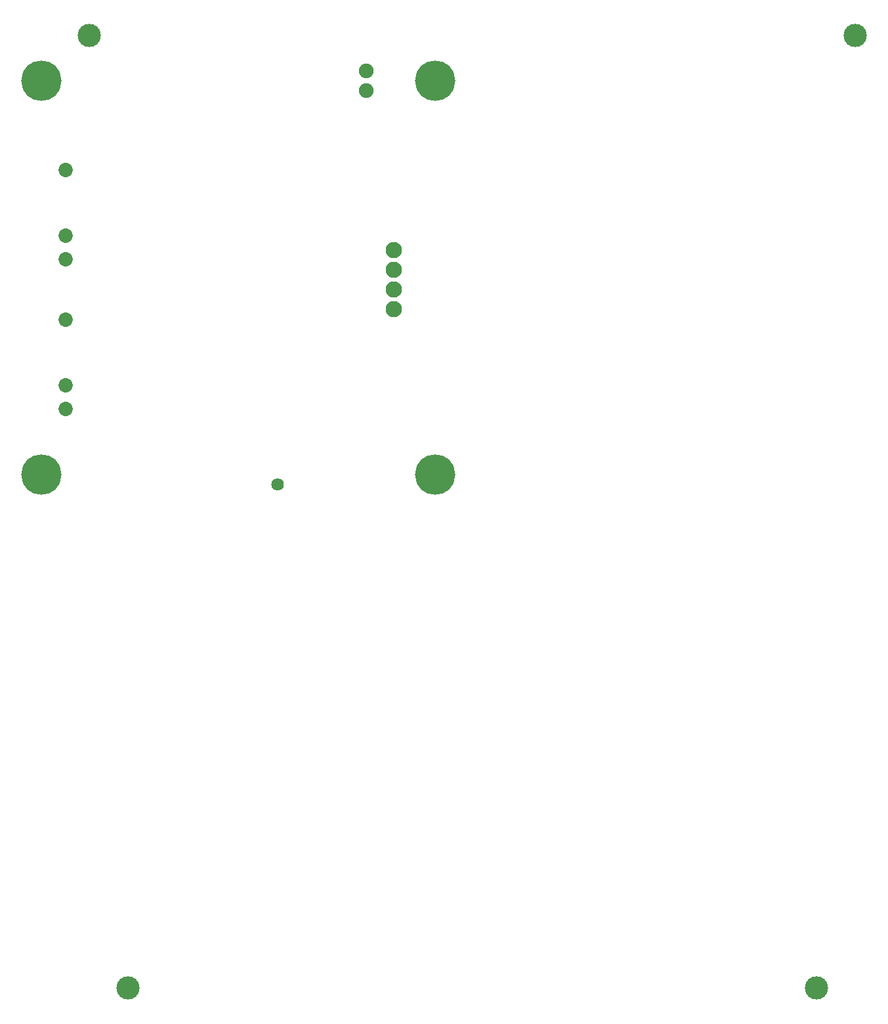
<source format=gbs>
G04 Layer: BottomSolderMaskLayer*
G04 Panelize: V-CUT, Column: 2, Row: 2, Board Size: 58.42mm x 58.42mm, Panelized Board Size: 118.84mm x 118.84mm*
G04 EasyEDA v6.5.32, 2023-07-25 14:04:49*
G04 78adb3c971e143a89decd24a0aaa9f3b,5a6b42c53f6a479593ecc07194224c93,10*
G04 Gerber Generator version 0.2*
G04 Scale: 100 percent, Rotated: No, Reflected: No *
G04 Dimensions in millimeters *
G04 leading zeros omitted , absolute positions ,4 integer and 5 decimal *
%FSLAX45Y45*%
%MOMM*%

%ADD10C,1.8532*%
%ADD11C,5.2032*%
%ADD12C,2.1016*%
%ADD13C,1.9016*%
%ADD14C,1.6256*%
%ADD15C,3.0000*%

%LPD*%
D10*
G01*
X698500Y2379598D03*
G01*
X698500Y1529613D03*
G01*
X698500Y1229588D03*
G01*
X698500Y4309998D03*
G01*
X698500Y3460013D03*
G01*
X698500Y3159988D03*
D11*
G01*
X381000Y5461000D03*
G01*
X5461000Y5461000D03*
G01*
X5461000Y381000D03*
G01*
X381000Y381000D03*
D12*
G01*
X4931206Y3020187D03*
G01*
X4931206Y2766187D03*
G01*
X4931206Y2512187D03*
D13*
G01*
X4572000Y5588000D03*
G01*
X4572000Y5334000D03*
D12*
G01*
X4931206Y3274187D03*
D14*
G01*
X3429000Y254000D03*
D15*
G01*
X999997Y6041999D03*
G01*
X10884001Y6041999D03*
G01*
X1499996Y-6241999D03*
G01*
X10384002Y-6241999D03*
M02*

</source>
